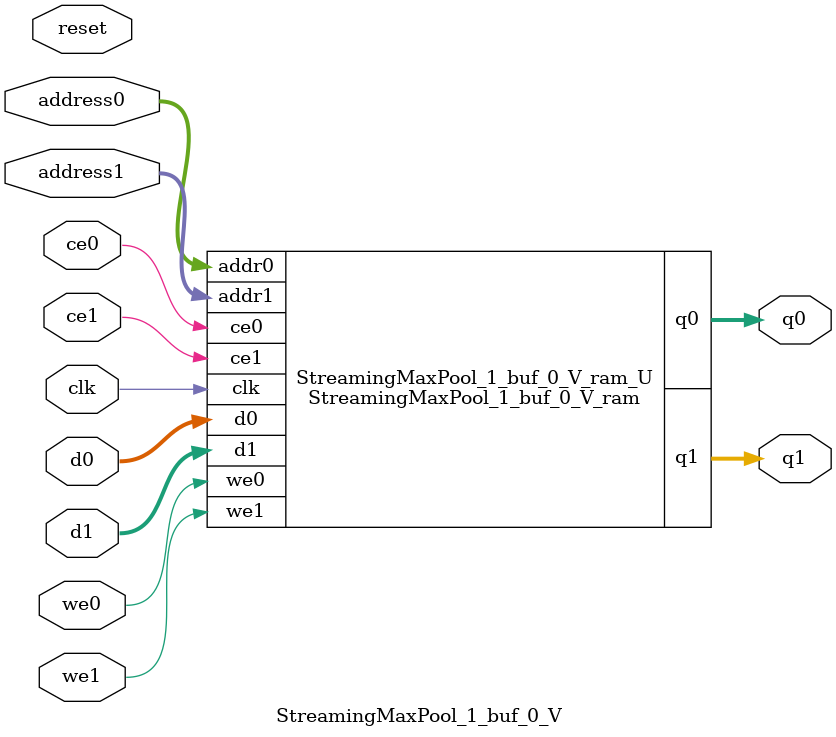
<source format=v>
`timescale 1 ns / 1 ps
module StreamingMaxPool_1_buf_0_V_ram (addr0, ce0, d0, we0, q0, addr1, ce1, d1, we1, q1,  clk);

parameter DWIDTH = 2;
parameter AWIDTH = 3;
parameter MEM_SIZE = 5;

input[AWIDTH-1:0] addr0;
input ce0;
input[DWIDTH-1:0] d0;
input we0;
output reg[DWIDTH-1:0] q0;
input[AWIDTH-1:0] addr1;
input ce1;
input[DWIDTH-1:0] d1;
input we1;
output reg[DWIDTH-1:0] q1;
input clk;

(* ram_style = "block" *)reg [DWIDTH-1:0] ram[0:MEM_SIZE-1];




always @(posedge clk)  
begin 
    if (ce0) 
    begin
        if (we0) 
        begin 
            ram[addr0] <= d0; 
        end 
        q0 <= ram[addr0];
    end
end


always @(posedge clk)  
begin 
    if (ce1) 
    begin
        if (we1) 
        begin 
            ram[addr1] <= d1; 
        end 
        q1 <= ram[addr1];
    end
end


endmodule

`timescale 1 ns / 1 ps
module StreamingMaxPool_1_buf_0_V(
    reset,
    clk,
    address0,
    ce0,
    we0,
    d0,
    q0,
    address1,
    ce1,
    we1,
    d1,
    q1);

parameter DataWidth = 32'd2;
parameter AddressRange = 32'd5;
parameter AddressWidth = 32'd3;
input reset;
input clk;
input[AddressWidth - 1:0] address0;
input ce0;
input we0;
input[DataWidth - 1:0] d0;
output[DataWidth - 1:0] q0;
input[AddressWidth - 1:0] address1;
input ce1;
input we1;
input[DataWidth - 1:0] d1;
output[DataWidth - 1:0] q1;



StreamingMaxPool_1_buf_0_V_ram StreamingMaxPool_1_buf_0_V_ram_U(
    .clk( clk ),
    .addr0( address0 ),
    .ce0( ce0 ),
    .we0( we0 ),
    .d0( d0 ),
    .q0( q0 ),
    .addr1( address1 ),
    .ce1( ce1 ),
    .we1( we1 ),
    .d1( d1 ),
    .q1( q1 ));

endmodule


</source>
